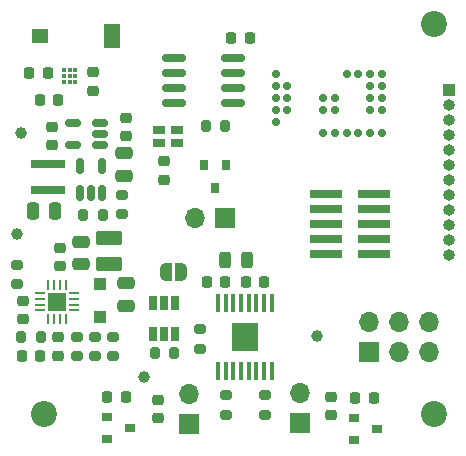
<source format=gbr>
%TF.GenerationSoftware,KiCad,Pcbnew,(6.0.0)*%
%TF.CreationDate,2022-01-21T19:42:06+01:00*%
%TF.ProjectId,DotBot,446f7442-6f74-42e6-9b69-6361645f7063,rev?*%
%TF.SameCoordinates,Original*%
%TF.FileFunction,Soldermask,Top*%
%TF.FilePolarity,Negative*%
%FSLAX46Y46*%
G04 Gerber Fmt 4.6, Leading zero omitted, Abs format (unit mm)*
G04 Created by KiCad (PCBNEW (6.0.0)) date 2022-01-21 19:42:06*
%MOMM*%
%LPD*%
G01*
G04 APERTURE LIST*
G04 Aperture macros list*
%AMRoundRect*
0 Rectangle with rounded corners*
0 $1 Rounding radius*
0 $2 $3 $4 $5 $6 $7 $8 $9 X,Y pos of 4 corners*
0 Add a 4 corners polygon primitive as box body*
4,1,4,$2,$3,$4,$5,$6,$7,$8,$9,$2,$3,0*
0 Add four circle primitives for the rounded corners*
1,1,$1+$1,$2,$3*
1,1,$1+$1,$4,$5*
1,1,$1+$1,$6,$7*
1,1,$1+$1,$8,$9*
0 Add four rect primitives between the rounded corners*
20,1,$1+$1,$2,$3,$4,$5,0*
20,1,$1+$1,$4,$5,$6,$7,0*
20,1,$1+$1,$6,$7,$8,$9,0*
20,1,$1+$1,$8,$9,$2,$3,0*%
%AMFreePoly0*
4,1,22,0.500000,-0.750000,0.000000,-0.750000,0.000000,-0.745033,-0.079941,-0.743568,-0.215256,-0.701293,-0.333266,-0.622738,-0.424486,-0.514219,-0.481581,-0.384460,-0.499164,-0.250000,-0.500000,-0.250000,-0.500000,0.250000,-0.499164,0.250000,-0.499963,0.256109,-0.478152,0.396186,-0.417904,0.524511,-0.324060,0.630769,-0.204165,0.706417,-0.067858,0.745374,0.000000,0.744959,0.000000,0.750000,
0.500000,0.750000,0.500000,-0.750000,0.500000,-0.750000,$1*%
%AMFreePoly1*
4,1,20,0.000000,0.744959,0.073905,0.744508,0.209726,0.703889,0.328688,0.626782,0.421226,0.519385,0.479903,0.390333,0.500000,0.250000,0.500000,-0.250000,0.499851,-0.262216,0.476331,-0.402017,0.414519,-0.529596,0.319384,-0.634700,0.198574,-0.708877,0.061801,-0.746166,0.000000,-0.745033,0.000000,-0.750000,-0.500000,-0.750000,-0.500000,0.750000,0.000000,0.750000,0.000000,0.744959,
0.000000,0.744959,$1*%
G04 Aperture macros list end*
%ADD10C,0.400000*%
%ADD11RoundRect,0.218750X-0.256250X0.218750X-0.256250X-0.218750X0.256250X-0.218750X0.256250X0.218750X0*%
%ADD12RoundRect,0.218750X-0.218750X-0.256250X0.218750X-0.256250X0.218750X0.256250X-0.218750X0.256250X0*%
%ADD13R,1.400000X2.000000*%
%ADD14R,1.400000X1.200000*%
%ADD15R,1.700000X1.700000*%
%ADD16O,1.700000X1.700000*%
%ADD17RoundRect,0.200000X-0.200000X-0.275000X0.200000X-0.275000X0.200000X0.275000X-0.200000X0.275000X0*%
%ADD18RoundRect,0.200000X0.275000X-0.200000X0.275000X0.200000X-0.275000X0.200000X-0.275000X-0.200000X0*%
%ADD19RoundRect,0.250000X-0.250000X-0.475000X0.250000X-0.475000X0.250000X0.475000X-0.250000X0.475000X0*%
%ADD20R,0.900000X0.800000*%
%ADD21R,1.000000X0.800000*%
%ADD22RoundRect,0.218750X0.218750X0.256250X-0.218750X0.256250X-0.218750X-0.256250X0.218750X-0.256250X0*%
%ADD23R,0.800000X0.900000*%
%ADD24RoundRect,0.150000X-0.825000X-0.150000X0.825000X-0.150000X0.825000X0.150000X-0.825000X0.150000X0*%
%ADD25RoundRect,0.225000X0.250000X-0.225000X0.250000X0.225000X-0.250000X0.225000X-0.250000X-0.225000X0*%
%ADD26FreePoly0,0.000000*%
%ADD27FreePoly1,0.000000*%
%ADD28R,2.900000X0.800000*%
%ADD29R,0.650000X1.220000*%
%ADD30C,1.000000*%
%ADD31RoundRect,0.250000X-0.475000X0.250000X-0.475000X-0.250000X0.475000X-0.250000X0.475000X0.250000X0*%
%ADD32R,1.000000X1.000000*%
%ADD33O,1.000000X1.000000*%
%ADD34RoundRect,0.355600X0.000000X0.000000X0.000000X0.000000X0.000000X0.000000X0.000000X0.000000X0*%
%ADD35R,2.790000X0.740000*%
%ADD36RoundRect,0.243750X0.243750X0.456250X-0.243750X0.456250X-0.243750X-0.456250X0.243750X-0.456250X0*%
%ADD37R,2.310000X2.460000*%
%ADD38RoundRect,0.100000X0.100000X-0.687500X0.100000X0.687500X-0.100000X0.687500X-0.100000X-0.687500X0*%
%ADD39RoundRect,0.225000X0.225000X0.250000X-0.225000X0.250000X-0.225000X-0.250000X0.225000X-0.250000X0*%
%ADD40RoundRect,0.225000X-0.225000X-0.250000X0.225000X-0.250000X0.225000X0.250000X-0.225000X0.250000X0*%
%ADD41RoundRect,0.200000X-0.275000X0.200000X-0.275000X-0.200000X0.275000X-0.200000X0.275000X0.200000X0*%
%ADD42RoundRect,0.150000X0.150000X-0.512500X0.150000X0.512500X-0.150000X0.512500X-0.150000X-0.512500X0*%
%ADD43R,1.100000X1.100000*%
%ADD44C,2.200000*%
%ADD45RoundRect,0.250000X0.475000X-0.250000X0.475000X0.250000X-0.475000X0.250000X-0.475000X-0.250000X0*%
%ADD46RoundRect,0.225000X-0.250000X0.225000X-0.250000X-0.225000X0.250000X-0.225000X0.250000X0.225000X0*%
%ADD47RoundRect,0.250000X-0.850000X0.375000X-0.850000X-0.375000X0.850000X-0.375000X0.850000X0.375000X0*%
%ADD48RoundRect,0.150000X0.512500X0.150000X-0.512500X0.150000X-0.512500X-0.150000X0.512500X-0.150000X0*%
%ADD49RoundRect,0.062500X-0.062500X0.375000X-0.062500X-0.375000X0.062500X-0.375000X0.062500X0.375000X0*%
%ADD50RoundRect,0.062500X-0.375000X0.062500X-0.375000X-0.062500X0.375000X-0.062500X0.375000X0.062500X0*%
%ADD51R,1.600000X1.600000*%
%ADD52RoundRect,0.200000X0.200000X0.275000X-0.200000X0.275000X-0.200000X-0.275000X0.200000X-0.275000X0*%
G04 APERTURE END LIST*
D10*
%TO.C,U4*%
X80146315Y-49370000D03*
X80646315Y-49370000D03*
X81146315Y-49370000D03*
X80146315Y-49870000D03*
X80646315Y-49870000D03*
X81146315Y-49870000D03*
X80146315Y-50370000D03*
X80646315Y-50370000D03*
X81146315Y-50370000D03*
%TD*%
D11*
%TO.C,C1*%
X82634315Y-49562500D03*
X82634315Y-51137500D03*
%TD*%
D12*
%TO.C,C2*%
X77246815Y-49650000D03*
X78821815Y-49650000D03*
%TD*%
D13*
%TO.C,D1*%
X84234315Y-46550000D03*
D14*
X78134315Y-46550000D03*
%TD*%
D15*
%TO.C,J1*%
X90750000Y-79350000D03*
D16*
X90750000Y-76810000D03*
%TD*%
D15*
%TO.C,J2*%
X100200000Y-79300000D03*
D16*
X100200000Y-76760000D03*
%TD*%
D12*
%TO.C,R2*%
X78112500Y-51900000D03*
X79687500Y-51900000D03*
%TD*%
D17*
%TO.C,R5*%
X92175000Y-54100000D03*
X93825000Y-54100000D03*
%TD*%
D15*
%TO.C,J4*%
X93812000Y-61926000D03*
D16*
X91272000Y-61926000D03*
%TD*%
D12*
%TO.C,C3*%
X83812500Y-77100000D03*
X85387500Y-77100000D03*
%TD*%
%TO.C,C4*%
X104812500Y-77200000D03*
X106387500Y-77200000D03*
%TD*%
D18*
%TO.C,R4*%
X93900000Y-78575000D03*
X93900000Y-76925000D03*
%TD*%
D19*
%TO.C,C12*%
X77550000Y-61300000D03*
X79450000Y-61300000D03*
%TD*%
D18*
%TO.C,R3*%
X97200000Y-78575000D03*
X97200000Y-76925000D03*
%TD*%
D20*
%TO.C,U2*%
X104700000Y-78850000D03*
X104700000Y-80750000D03*
X106700000Y-79800000D03*
%TD*%
%TO.C,U1*%
X83800000Y-78750000D03*
X83800000Y-80650000D03*
X85800000Y-79700000D03*
%TD*%
D11*
%TO.C,C9*%
X88650000Y-57112500D03*
X88650000Y-58687500D03*
%TD*%
D21*
%TO.C,D2*%
X89750000Y-55550000D03*
X88250000Y-55550000D03*
X88250000Y-54450000D03*
X89750000Y-54450000D03*
%TD*%
D22*
%TO.C,C8*%
X95887500Y-46700000D03*
X94312500Y-46700000D03*
%TD*%
D23*
%TO.C,Q4*%
X93900000Y-57400000D03*
X92000000Y-57400000D03*
X92950000Y-59400000D03*
%TD*%
D24*
%TO.C,U7*%
X89525000Y-48395000D03*
X89525000Y-49665000D03*
X89525000Y-50935000D03*
X89525000Y-52205000D03*
X94475000Y-52205000D03*
X94475000Y-50935000D03*
X94475000Y-49665000D03*
X94475000Y-48395000D03*
%TD*%
D25*
%TO.C,C15*%
X88150000Y-78875000D03*
X88150000Y-77325000D03*
%TD*%
D26*
%TO.C,JP1*%
X88800000Y-66500000D03*
D27*
X90100000Y-66500000D03*
%TD*%
D28*
%TO.C,L2*%
X78850000Y-59562500D03*
X78850000Y-57362500D03*
%TD*%
D29*
%TO.C,Q1*%
X89600000Y-69090000D03*
X88650000Y-69090000D03*
X87700000Y-69090000D03*
X87700000Y-71710000D03*
X88650000Y-71710000D03*
X89600000Y-71710000D03*
%TD*%
D17*
%TO.C,R8*%
X87875000Y-73350000D03*
X89525000Y-73350000D03*
%TD*%
D30*
%TO.C,6v*%
X86950000Y-75350000D03*
%TD*%
%TO.C,3.3v*%
X76500000Y-54700000D03*
%TD*%
D25*
%TO.C,C16*%
X102800000Y-78625000D03*
X102800000Y-77075000D03*
%TD*%
D31*
%TO.C,C11*%
X85250000Y-56450000D03*
X85250000Y-58350000D03*
%TD*%
D32*
%TO.C,J5*%
X112800000Y-51100000D03*
D33*
X112800000Y-52370000D03*
X112800000Y-53640000D03*
X112800000Y-54910000D03*
X112800000Y-56180000D03*
X112800000Y-57450000D03*
X112800000Y-58720000D03*
X112800000Y-59990000D03*
X112800000Y-61260000D03*
X112800000Y-62530000D03*
X112800000Y-63800000D03*
X112800000Y-65070000D03*
%TD*%
D34*
%TO.C,U5*%
X98104200Y-49749400D03*
X98104200Y-50740000D03*
X98104200Y-51756000D03*
X98104200Y-52746600D03*
X98104200Y-53762600D03*
X99094800Y-50740000D03*
X99094800Y-51756000D03*
X99094800Y-52746600D03*
X102092000Y-54753200D03*
X103108000Y-54753200D03*
X104098600Y-54753200D03*
X105089200Y-54753200D03*
X106105200Y-54753200D03*
X107095800Y-54753200D03*
X107095800Y-52746600D03*
X107095800Y-51756000D03*
X107095800Y-50740000D03*
X107095800Y-49749400D03*
X106105200Y-52746600D03*
X106105200Y-51756000D03*
X106105200Y-50740000D03*
X106105200Y-49749400D03*
X105089200Y-49749400D03*
X104098600Y-49749400D03*
X103108000Y-51756000D03*
X103108000Y-52746600D03*
X102092000Y-51756000D03*
X102092000Y-52746600D03*
%TD*%
D35*
%TO.C,J3*%
X102365000Y-59910000D03*
X106435000Y-59910000D03*
X102365000Y-61180000D03*
X106435000Y-61180000D03*
X102365000Y-62450000D03*
X106435000Y-62450000D03*
X102365000Y-63720000D03*
X106435000Y-63720000D03*
X102365000Y-64990000D03*
X106435000Y-64990000D03*
%TD*%
D15*
%TO.C,J6*%
X106000000Y-73300000D03*
D16*
X106000000Y-70760000D03*
X108540000Y-73300000D03*
X108540000Y-70760000D03*
X111080000Y-73300000D03*
X111080000Y-70760000D03*
%TD*%
D36*
%TO.C,C5*%
X95687500Y-65500000D03*
X93812500Y-65500000D03*
%TD*%
D30*
%TO.C,GND*%
X101600000Y-71950000D03*
%TD*%
D37*
%TO.C,U3*%
X95500000Y-72000000D03*
D38*
X93225000Y-74862500D03*
X93875000Y-74862500D03*
X94525000Y-74862500D03*
X95175000Y-74862500D03*
X95825000Y-74862500D03*
X96475000Y-74862500D03*
X97125000Y-74862500D03*
X97775000Y-74862500D03*
X97775000Y-69137500D03*
X97125000Y-69137500D03*
X96475000Y-69137500D03*
X95825000Y-69137500D03*
X95175000Y-69137500D03*
X94525000Y-69137500D03*
X93875000Y-69137500D03*
X93225000Y-69137500D03*
%TD*%
D18*
%TO.C,R1*%
X91700000Y-72975000D03*
X91700000Y-71325000D03*
%TD*%
D39*
%TO.C,C6*%
X93850000Y-67325000D03*
X92300000Y-67325000D03*
%TD*%
D40*
%TO.C,C7*%
X95550000Y-67300000D03*
X97100000Y-67300000D03*
%TD*%
D41*
%TO.C,R13*%
X82800000Y-71975000D03*
X82800000Y-73625000D03*
%TD*%
D30*
%TO.C,pg*%
X76200000Y-63300000D03*
%TD*%
D40*
%TO.C,C19*%
X76625000Y-73600000D03*
X78175000Y-73600000D03*
%TD*%
D42*
%TO.C,U6*%
X81500000Y-59800000D03*
X82450000Y-59800000D03*
X83400000Y-59800000D03*
X83400000Y-57525000D03*
X81500000Y-57525000D03*
%TD*%
D41*
%TO.C,R7*%
X81300000Y-71975000D03*
X81300000Y-73625000D03*
%TD*%
D43*
%TO.C,D3*%
X83200000Y-70300000D03*
X83200000Y-67500000D03*
%TD*%
D44*
%TO.C,REF\u002A\u002A*%
X111500000Y-78500000D03*
%TD*%
D25*
%TO.C,C14*%
X79700000Y-73575000D03*
X79700000Y-72025000D03*
%TD*%
%TO.C,C17*%
X85400000Y-54975000D03*
X85400000Y-53425000D03*
%TD*%
D41*
%TO.C,R9*%
X85050000Y-59937500D03*
X85050000Y-61587500D03*
%TD*%
D45*
%TO.C,C10*%
X81600000Y-65850000D03*
X81600000Y-63950000D03*
%TD*%
D46*
%TO.C,C20*%
X76700000Y-68925000D03*
X76700000Y-70475000D03*
%TD*%
D41*
%TO.C,R6*%
X76200000Y-65875000D03*
X76200000Y-67525000D03*
%TD*%
D47*
%TO.C,L1*%
X84000000Y-63625000D03*
X84000000Y-65775000D03*
%TD*%
D44*
%TO.C,REF\u002A\u002A*%
X78500000Y-78500000D03*
%TD*%
%TO.C,REF\u002A\u002A*%
X111500000Y-45500000D03*
%TD*%
D25*
%TO.C,C18*%
X79200000Y-55725000D03*
X79200000Y-54175000D03*
%TD*%
%TO.C,C13*%
X79800000Y-65975000D03*
X79800000Y-64425000D03*
%TD*%
D48*
%TO.C,U9*%
X83237500Y-55750000D03*
X83237500Y-54800000D03*
X83237500Y-53850000D03*
X80962500Y-53850000D03*
X80962500Y-55750000D03*
%TD*%
D31*
%TO.C,C21*%
X85400000Y-67450000D03*
X85400000Y-69350000D03*
%TD*%
D49*
%TO.C,U8*%
X80350000Y-67562500D03*
X79850000Y-67562500D03*
X79350000Y-67562500D03*
X78850000Y-67562500D03*
D50*
X78162500Y-68250000D03*
X78162500Y-68750000D03*
X78162500Y-69250000D03*
X78162500Y-69750000D03*
D49*
X78850000Y-70437500D03*
X79350000Y-70437500D03*
X79850000Y-70437500D03*
X80350000Y-70437500D03*
D50*
X81037500Y-69750000D03*
X81037500Y-69250000D03*
X81037500Y-68750000D03*
X81037500Y-68250000D03*
D51*
X79600000Y-69000000D03*
%TD*%
D52*
%TO.C,R11*%
X78225000Y-72000000D03*
X76575000Y-72000000D03*
%TD*%
%TO.C,R10*%
X83475000Y-61700000D03*
X81825000Y-61700000D03*
%TD*%
D41*
%TO.C,R12*%
X84300000Y-71975000D03*
X84300000Y-73625000D03*
%TD*%
M02*

</source>
